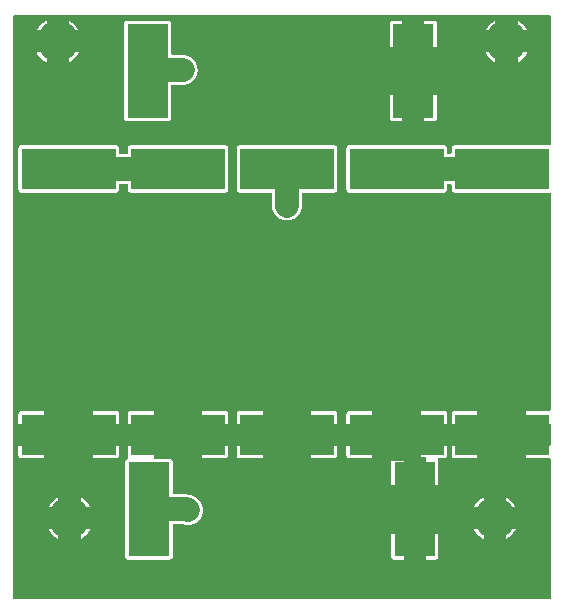
<source format=gtl>
G04 Layer: TopLayer*
G04 EasyEDA v6.3.22, 2020-01-22T11:07:26+01:00*
G04 6c73b54d2adc4a05a2782a56d08821ed,6ac03ef627a24f5ab7c901ca926ad83b,10*
G04 Gerber Generator version 0.2*
G04 Scale: 100 percent, Rotated: No, Reflected: No *
G04 Dimensions in millimeters *
G04 leading zeros omitted , absolute positions ,3 integer and 3 decimal *
%FSLAX33Y33*%
%MOMM*%
G90*
G71D02*

%ADD11C,1.999996*%
%ADD12C,1.500022*%
%ADD13R,3.499993X8.000009*%
%ADD14R,8.000009X3.499993*%
%ADD15C,3.499993*%

%LPD*%
G36*
G01X45629Y49743D02*
G01X358Y49743D01*
G01X343Y49742D01*
G01X329Y49739D01*
G01X315Y49734D01*
G01X303Y49727D01*
G01X291Y49718D01*
G01X281Y49708D01*
G01X272Y49696D01*
G01X265Y49684D01*
G01X260Y49670D01*
G01X257Y49656D01*
G01X256Y49641D01*
G01X256Y358D01*
G01X257Y343D01*
G01X260Y329D01*
G01X265Y316D01*
G01X272Y303D01*
G01X281Y291D01*
G01X291Y281D01*
G01X303Y272D01*
G01X315Y265D01*
G01X329Y260D01*
G01X343Y257D01*
G01X358Y256D01*
G01X45641Y256D01*
G01X45656Y257D01*
G01X45670Y260D01*
G01X45683Y265D01*
G01X45696Y272D01*
G01X45708Y281D01*
G01X45718Y291D01*
G01X45727Y303D01*
G01X45734Y316D01*
G01X45739Y329D01*
G01X45742Y343D01*
G01X45743Y358D01*
G01X45743Y12093D01*
G01X45742Y12107D01*
G01X45739Y12121D01*
G01X45734Y12135D01*
G01X45727Y12148D01*
G01X45718Y12159D01*
G01X45708Y12170D01*
G01X45696Y12178D01*
G01X45683Y12185D01*
G01X45670Y12190D01*
G01X45656Y12193D01*
G01X45641Y12194D01*
G01X45632Y12194D01*
G01X45609Y12193D01*
G01X43673Y12193D01*
G01X43673Y13261D01*
G01X45641Y13261D01*
G01X45656Y13262D01*
G01X45670Y13265D01*
G01X45683Y13270D01*
G01X45696Y13277D01*
G01X45708Y13286D01*
G01X45718Y13296D01*
G01X45727Y13308D01*
G01X45734Y13320D01*
G01X45739Y13334D01*
G01X45742Y13348D01*
G01X45743Y13363D01*
G01X45743Y15036D01*
G01X45742Y15051D01*
G01X45739Y15065D01*
G01X45734Y15079D01*
G01X45727Y15091D01*
G01X45718Y15103D01*
G01X45708Y15113D01*
G01X45696Y15122D01*
G01X45683Y15129D01*
G01X45670Y15134D01*
G01X45656Y15137D01*
G01X45641Y15138D01*
G01X43673Y15138D01*
G01X43673Y16206D01*
G01X45609Y16206D01*
G01X45632Y16205D01*
G01X45641Y16205D01*
G01X45656Y16206D01*
G01X45670Y16209D01*
G01X45683Y16214D01*
G01X45696Y16221D01*
G01X45708Y16229D01*
G01X45718Y16240D01*
G01X45727Y16251D01*
G01X45734Y16264D01*
G01X45739Y16277D01*
G01X45742Y16292D01*
G01X45743Y16306D01*
G01X45743Y34593D01*
G01X45742Y34607D01*
G01X45739Y34621D01*
G01X45734Y34635D01*
G01X45727Y34648D01*
G01X45718Y34659D01*
G01X45708Y34670D01*
G01X45696Y34678D01*
G01X45683Y34685D01*
G01X45670Y34690D01*
G01X45656Y34693D01*
G01X45641Y34694D01*
G01X45632Y34694D01*
G01X45609Y34693D01*
G01X37609Y34693D01*
G01X37586Y34694D01*
G01X37562Y34698D01*
G01X37539Y34703D01*
G01X37517Y34710D01*
G01X37495Y34720D01*
G01X37474Y34732D01*
G01X37455Y34745D01*
G01X37437Y34760D01*
G01X37420Y34777D01*
G01X37405Y34795D01*
G01X37391Y34814D01*
G01X37380Y34835D01*
G01X37370Y34857D01*
G01X37363Y34879D01*
G01X37357Y34902D01*
G01X37354Y34926D01*
G01X37353Y34949D01*
G01X37353Y35341D01*
G01X37352Y35356D01*
G01X37349Y35370D01*
G01X37344Y35384D01*
G01X37337Y35397D01*
G01X37328Y35408D01*
G01X37318Y35418D01*
G01X37306Y35427D01*
G01X37293Y35434D01*
G01X37280Y35439D01*
G01X37266Y35442D01*
G01X37251Y35443D01*
G01X37068Y35443D01*
G01X37053Y35442D01*
G01X37039Y35439D01*
G01X37025Y35434D01*
G01X37012Y35427D01*
G01X37001Y35418D01*
G01X36991Y35408D01*
G01X36982Y35397D01*
G01X36975Y35384D01*
G01X36970Y35370D01*
G01X36967Y35356D01*
G01X36966Y35341D01*
G01X36966Y34949D01*
G01X36965Y34926D01*
G01X36962Y34902D01*
G01X36956Y34879D01*
G01X36948Y34857D01*
G01X36939Y34835D01*
G01X36928Y34814D01*
G01X36914Y34795D01*
G01X36899Y34777D01*
G01X36882Y34760D01*
G01X36864Y34745D01*
G01X36844Y34732D01*
G01X36824Y34720D01*
G01X36802Y34710D01*
G01X36780Y34703D01*
G01X36756Y34698D01*
G01X36733Y34694D01*
G01X36710Y34693D01*
G01X28710Y34693D01*
G01X28686Y34694D01*
G01X28662Y34698D01*
G01X28639Y34703D01*
G01X28617Y34710D01*
G01X28595Y34720D01*
G01X28575Y34732D01*
G01X28555Y34745D01*
G01X28536Y34760D01*
G01X28520Y34777D01*
G01X28505Y34795D01*
G01X28491Y34814D01*
G01X28480Y34835D01*
G01X28470Y34857D01*
G01X28463Y34879D01*
G01X28457Y34902D01*
G01X28454Y34926D01*
G01X28453Y34949D01*
G01X28453Y38450D01*
G01X28454Y38473D01*
G01X28457Y38497D01*
G01X28463Y38520D01*
G01X28470Y38542D01*
G01X28480Y38564D01*
G01X28491Y38585D01*
G01X28505Y38604D01*
G01X28520Y38622D01*
G01X28536Y38639D01*
G01X28555Y38654D01*
G01X28575Y38668D01*
G01X28595Y38679D01*
G01X28617Y38689D01*
G01X28639Y38697D01*
G01X28662Y38702D01*
G01X28686Y38705D01*
G01X28710Y38706D01*
G01X36710Y38706D01*
G01X36733Y38705D01*
G01X36756Y38702D01*
G01X36780Y38697D01*
G01X36802Y38689D01*
G01X36824Y38679D01*
G01X36844Y38668D01*
G01X36864Y38654D01*
G01X36882Y38639D01*
G01X36899Y38622D01*
G01X36914Y38604D01*
G01X36928Y38585D01*
G01X36939Y38564D01*
G01X36948Y38542D01*
G01X36956Y38520D01*
G01X36962Y38497D01*
G01X36965Y38473D01*
G01X36966Y38450D01*
G01X36966Y38057D01*
G01X36967Y38043D01*
G01X36970Y38029D01*
G01X36975Y38015D01*
G01X36982Y38003D01*
G01X36991Y37991D01*
G01X37001Y37981D01*
G01X37012Y37972D01*
G01X37025Y37965D01*
G01X37039Y37960D01*
G01X37053Y37957D01*
G01X37068Y37956D01*
G01X37251Y37956D01*
G01X37266Y37957D01*
G01X37280Y37960D01*
G01X37293Y37965D01*
G01X37306Y37972D01*
G01X37318Y37981D01*
G01X37328Y37991D01*
G01X37337Y38003D01*
G01X37344Y38015D01*
G01X37349Y38029D01*
G01X37352Y38043D01*
G01X37353Y38057D01*
G01X37353Y38450D01*
G01X37354Y38473D01*
G01X37357Y38497D01*
G01X37363Y38520D01*
G01X37370Y38542D01*
G01X37380Y38564D01*
G01X37391Y38585D01*
G01X37405Y38604D01*
G01X37420Y38622D01*
G01X37437Y38639D01*
G01X37455Y38654D01*
G01X37474Y38668D01*
G01X37495Y38679D01*
G01X37517Y38689D01*
G01X37539Y38697D01*
G01X37562Y38702D01*
G01X37586Y38705D01*
G01X37609Y38706D01*
G01X45609Y38706D01*
G01X45632Y38705D01*
G01X45641Y38705D01*
G01X45656Y38706D01*
G01X45670Y38709D01*
G01X45683Y38714D01*
G01X45696Y38721D01*
G01X45708Y38730D01*
G01X45718Y38740D01*
G01X45727Y38751D01*
G01X45734Y38764D01*
G01X45739Y38778D01*
G01X45742Y38792D01*
G01X45743Y38806D01*
G01X45743Y45759D01*
G01X45731Y49642D01*
G01X45730Y49656D01*
G01X45726Y49670D01*
G01X45721Y49684D01*
G01X45714Y49696D01*
G01X45706Y49708D01*
G01X45695Y49718D01*
G01X45684Y49727D01*
G01X45671Y49734D01*
G01X45658Y49739D01*
G01X45643Y49742D01*
G01X45629Y49743D01*
G37*

%LPC*%
G36*
G01X36236Y5816D02*
G01X35168Y5816D01*
G01X35168Y3623D01*
G01X35980Y3623D01*
G01X36003Y3624D01*
G01X36027Y3627D01*
G01X36050Y3633D01*
G01X36072Y3640D01*
G01X36094Y3650D01*
G01X36115Y3661D01*
G01X36134Y3675D01*
G01X36152Y3690D01*
G01X36169Y3707D01*
G01X36184Y3725D01*
G01X36198Y3745D01*
G01X36209Y3765D01*
G01X36219Y3787D01*
G01X36226Y3810D01*
G01X36232Y3832D01*
G01X36235Y3856D01*
G01X36236Y3880D01*
G01X36236Y5816D01*
G37*
G36*
G01X33291Y5816D02*
G01X32223Y5816D01*
G01X32223Y3880D01*
G01X32224Y3856D01*
G01X32228Y3832D01*
G01X32233Y3810D01*
G01X32240Y3787D01*
G01X32250Y3765D01*
G01X32262Y3745D01*
G01X32275Y3725D01*
G01X32290Y3707D01*
G01X32307Y3690D01*
G01X32325Y3675D01*
G01X32344Y3661D01*
G01X32365Y3650D01*
G01X32387Y3640D01*
G01X32409Y3633D01*
G01X32432Y3627D01*
G01X32456Y3624D01*
G01X32479Y3623D01*
G01X33291Y3623D01*
G01X33291Y5816D01*
G37*
G36*
G01X12116Y13261D02*
G01X9923Y13261D01*
G01X9923Y12450D01*
G01X9924Y12425D01*
G01X9927Y12401D01*
G01X9933Y12378D01*
G01X9941Y12354D01*
G01X9951Y12332D01*
G01X9963Y12311D01*
G01X9978Y12291D01*
G01X9987Y12277D01*
G01X9994Y12262D01*
G01X9998Y12245D01*
G01X9999Y12228D01*
G01X9998Y12213D01*
G01X9995Y12199D01*
G01X9989Y12184D01*
G01X9982Y12171D01*
G01X9973Y12160D01*
G01X9961Y12149D01*
G01X9949Y12140D01*
G01X9935Y12134D01*
G01X9921Y12130D01*
G01X9899Y12123D01*
G01X9878Y12115D01*
G01X9857Y12105D01*
G01X9837Y12093D01*
G01X9801Y12065D01*
G01X9786Y12048D01*
G01X9771Y12030D01*
G01X9759Y12011D01*
G01X9748Y11990D01*
G01X9739Y11970D01*
G01X9732Y11948D01*
G01X9727Y11925D01*
G01X9724Y11903D01*
G01X9723Y11880D01*
G01X9723Y3880D01*
G01X9724Y3856D01*
G01X9727Y3832D01*
G01X9733Y3810D01*
G01X9740Y3787D01*
G01X9750Y3765D01*
G01X9761Y3745D01*
G01X9774Y3725D01*
G01X9790Y3707D01*
G01X9806Y3690D01*
G01X9825Y3675D01*
G01X9845Y3661D01*
G01X9865Y3650D01*
G01X9887Y3640D01*
G01X9909Y3633D01*
G01X9932Y3627D01*
G01X9956Y3624D01*
G01X9979Y3623D01*
G01X13479Y3623D01*
G01X13503Y3624D01*
G01X13527Y3627D01*
G01X13549Y3633D01*
G01X13572Y3640D01*
G01X13594Y3650D01*
G01X13614Y3661D01*
G01X13634Y3675D01*
G01X13652Y3690D01*
G01X13669Y3707D01*
G01X13684Y3725D01*
G01X13698Y3745D01*
G01X13709Y3765D01*
G01X13719Y3787D01*
G01X13726Y3810D01*
G01X13732Y3832D01*
G01X13735Y3856D01*
G01X13736Y3880D01*
G01X13736Y6522D01*
G01X13737Y6536D01*
G01X13740Y6550D01*
G01X13745Y6564D01*
G01X13752Y6577D01*
G01X13761Y6588D01*
G01X13771Y6599D01*
G01X13783Y6607D01*
G01X13795Y6614D01*
G01X13809Y6619D01*
G01X13823Y6622D01*
G01X13837Y6623D01*
G01X14619Y6623D01*
G01X14635Y6622D01*
G01X14651Y6618D01*
G01X14699Y6603D01*
G01X14748Y6590D01*
G01X14798Y6579D01*
G01X14848Y6570D01*
G01X14898Y6562D01*
G01X14948Y6557D01*
G01X14999Y6554D01*
G01X15050Y6553D01*
G01X15100Y6554D01*
G01X15151Y6557D01*
G01X15201Y6562D01*
G01X15301Y6578D01*
G01X15350Y6589D01*
G01X15399Y6603D01*
G01X15447Y6618D01*
G01X15495Y6635D01*
G01X15542Y6653D01*
G01X15588Y6674D01*
G01X15633Y6697D01*
G01X15678Y6721D01*
G01X15721Y6747D01*
G01X15763Y6775D01*
G01X15804Y6805D01*
G01X15844Y6836D01*
G01X15883Y6869D01*
G01X15920Y6903D01*
G01X15956Y6939D01*
G01X15990Y6976D01*
G01X16023Y7015D01*
G01X16054Y7055D01*
G01X16084Y7096D01*
G01X16112Y7138D01*
G01X16138Y7181D01*
G01X16162Y7226D01*
G01X16185Y7271D01*
G01X16206Y7317D01*
G01X16225Y7364D01*
G01X16257Y7460D01*
G01X16270Y7509D01*
G01X16281Y7558D01*
G01X16290Y7608D01*
G01X16297Y7658D01*
G01X16302Y7709D01*
G01X16305Y7759D01*
G01X16306Y7810D01*
G01X16305Y7861D01*
G01X16302Y7913D01*
G01X16297Y7965D01*
G01X16289Y8016D01*
G01X16279Y8068D01*
G01X16268Y8118D01*
G01X16254Y8168D01*
G01X16238Y8218D01*
G01X16220Y8266D01*
G01X16200Y8315D01*
G01X16178Y8361D01*
G01X16154Y8408D01*
G01X16129Y8453D01*
G01X16102Y8497D01*
G01X16072Y8540D01*
G01X16041Y8581D01*
G01X16008Y8622D01*
G01X15974Y8660D01*
G01X15938Y8698D01*
G01X15868Y8768D01*
G01X15830Y8804D01*
G01X15792Y8839D01*
G01X15751Y8871D01*
G01X15709Y8902D01*
G01X15667Y8932D01*
G01X15623Y8959D01*
G01X15577Y8985D01*
G01X15531Y9008D01*
G01X15484Y9030D01*
G01X15436Y9050D01*
G01X15387Y9068D01*
G01X15338Y9084D01*
G01X15288Y9098D01*
G01X15237Y9110D01*
G01X15186Y9119D01*
G01X15135Y9127D01*
G01X15083Y9132D01*
G01X15031Y9135D01*
G01X14979Y9136D01*
G01X13837Y9136D01*
G01X13823Y9138D01*
G01X13809Y9141D01*
G01X13795Y9146D01*
G01X13783Y9152D01*
G01X13771Y9161D01*
G01X13761Y9172D01*
G01X13752Y9183D01*
G01X13745Y9195D01*
G01X13740Y9209D01*
G01X13737Y9223D01*
G01X13736Y9238D01*
G01X13736Y11880D01*
G01X13735Y11903D01*
G01X13732Y11926D01*
G01X13727Y11948D01*
G01X13720Y11970D01*
G01X13710Y11991D01*
G01X13699Y12012D01*
G01X13686Y12031D01*
G01X13671Y12050D01*
G01X13655Y12067D01*
G01X13636Y12083D01*
G01X13616Y12097D01*
G01X13595Y12108D01*
G01X13573Y12118D01*
G01X13550Y12126D01*
G01X13527Y12132D01*
G01X13504Y12135D01*
G01X13479Y12136D01*
G01X12217Y12136D01*
G01X12203Y12137D01*
G01X12189Y12140D01*
G01X12175Y12145D01*
G01X12163Y12152D01*
G01X12151Y12161D01*
G01X12141Y12171D01*
G01X12132Y12183D01*
G01X12125Y12196D01*
G01X12120Y12209D01*
G01X12117Y12223D01*
G01X12116Y12238D01*
G01X12116Y13261D01*
G37*
G36*
G01X4061Y6201D02*
G01X3226Y6201D01*
G01X3258Y6143D01*
G01X3292Y6085D01*
G01X3328Y6030D01*
G01X3366Y5975D01*
G01X3405Y5921D01*
G01X3447Y5869D01*
G01X3489Y5818D01*
G01X3534Y5768D01*
G01X3581Y5721D01*
G01X3629Y5674D01*
G01X3678Y5630D01*
G01X3729Y5587D01*
G01X3781Y5545D01*
G01X3834Y5506D01*
G01X3889Y5468D01*
G01X3946Y5432D01*
G01X4003Y5398D01*
G01X4061Y5366D01*
G01X4061Y6201D01*
G37*
G36*
G01X6773Y6201D02*
G01X5938Y6201D01*
G01X5938Y5366D01*
G01X5996Y5398D01*
G01X6053Y5432D01*
G01X6110Y5468D01*
G01X6165Y5506D01*
G01X6218Y5545D01*
G01X6270Y5587D01*
G01X6321Y5630D01*
G01X6370Y5674D01*
G01X6418Y5721D01*
G01X6465Y5768D01*
G01X6510Y5818D01*
G01X6552Y5869D01*
G01X6594Y5921D01*
G01X6633Y5975D01*
G01X6671Y6030D01*
G01X6707Y6085D01*
G01X6741Y6143D01*
G01X6773Y6201D01*
G37*
G36*
G01X40061Y6201D02*
G01X39226Y6201D01*
G01X39258Y6143D01*
G01X39292Y6085D01*
G01X39328Y6030D01*
G01X39366Y5975D01*
G01X39406Y5921D01*
G01X39447Y5869D01*
G01X39490Y5818D01*
G01X39535Y5768D01*
G01X39581Y5721D01*
G01X39629Y5674D01*
G01X39678Y5630D01*
G01X39729Y5587D01*
G01X39781Y5545D01*
G01X39835Y5506D01*
G01X39890Y5468D01*
G01X39946Y5432D01*
G01X40003Y5398D01*
G01X40061Y5366D01*
G01X40061Y6201D01*
G37*
G36*
G01X42773Y6201D02*
G01X41938Y6201D01*
G01X41938Y5366D01*
G01X41996Y5398D01*
G01X42054Y5432D01*
G01X42110Y5468D01*
G01X42165Y5506D01*
G01X42218Y5545D01*
G01X42270Y5587D01*
G01X42321Y5630D01*
G01X42371Y5674D01*
G01X42419Y5721D01*
G01X42465Y5768D01*
G01X42509Y5818D01*
G01X42553Y5869D01*
G01X42594Y5921D01*
G01X42633Y5975D01*
G01X42671Y6030D01*
G01X42707Y6085D01*
G01X42741Y6143D01*
G01X42773Y6201D01*
G37*
G36*
G01X4061Y8078D02*
G01X4061Y8913D01*
G01X4003Y8881D01*
G01X3946Y8847D01*
G01X3889Y8811D01*
G01X3834Y8773D01*
G01X3781Y8734D01*
G01X3729Y8692D01*
G01X3678Y8649D01*
G01X3629Y8605D01*
G01X3581Y8558D01*
G01X3534Y8511D01*
G01X3489Y8461D01*
G01X3447Y8410D01*
G01X3405Y8358D01*
G01X3366Y8304D01*
G01X3328Y8250D01*
G01X3292Y8194D01*
G01X3258Y8136D01*
G01X3226Y8078D01*
G01X4061Y8078D01*
G37*
G36*
G01X5996Y8881D02*
G01X5938Y8913D01*
G01X5938Y8078D01*
G01X6773Y8078D01*
G01X6741Y8136D01*
G01X6707Y8194D01*
G01X6671Y8250D01*
G01X6633Y8304D01*
G01X6594Y8358D01*
G01X6552Y8410D01*
G01X6510Y8461D01*
G01X6465Y8511D01*
G01X6418Y8558D01*
G01X6370Y8605D01*
G01X6321Y8649D01*
G01X6270Y8692D01*
G01X6218Y8734D01*
G01X6165Y8773D01*
G01X6110Y8811D01*
G01X6053Y8847D01*
G01X5996Y8881D01*
G37*
G36*
G01X40061Y8078D02*
G01X40061Y8913D01*
G01X40003Y8881D01*
G01X39946Y8847D01*
G01X39890Y8811D01*
G01X39835Y8773D01*
G01X39781Y8734D01*
G01X39729Y8692D01*
G01X39678Y8649D01*
G01X39629Y8605D01*
G01X39581Y8558D01*
G01X39535Y8511D01*
G01X39490Y8461D01*
G01X39447Y8411D01*
G01X39406Y8358D01*
G01X39366Y8304D01*
G01X39328Y8250D01*
G01X39292Y8194D01*
G01X39258Y8136D01*
G01X39226Y8078D01*
G01X40061Y8078D01*
G37*
G36*
G01X41996Y8881D02*
G01X41938Y8913D01*
G01X41938Y8078D01*
G01X42773Y8078D01*
G01X42741Y8136D01*
G01X42707Y8194D01*
G01X42671Y8250D01*
G01X42633Y8304D01*
G01X42594Y8358D01*
G01X42553Y8411D01*
G01X42465Y8511D01*
G01X42419Y8558D01*
G01X42371Y8605D01*
G01X42321Y8649D01*
G01X42270Y8692D01*
G01X42218Y8734D01*
G01X42165Y8773D01*
G01X42110Y8811D01*
G01X42054Y8847D01*
G01X41996Y8881D01*
G37*
G36*
G01X33291Y11990D02*
G01X32248Y11990D01*
G01X32237Y11964D01*
G01X32229Y11936D01*
G01X32224Y11908D01*
G01X32223Y11880D01*
G01X32223Y9943D01*
G01X33291Y9943D01*
G01X33291Y11990D01*
G37*
G36*
G01X36966Y13261D02*
G01X34773Y13261D01*
G01X34773Y12339D01*
G01X35066Y12339D01*
G01X35081Y12338D01*
G01X35095Y12335D01*
G01X35108Y12330D01*
G01X35121Y12323D01*
G01X35133Y12315D01*
G01X35143Y12304D01*
G01X35152Y12293D01*
G01X35159Y12280D01*
G01X35164Y12266D01*
G01X35167Y12252D01*
G01X35168Y12238D01*
G01X35168Y9943D01*
G01X36236Y9943D01*
G01X36236Y11880D01*
G01X36235Y11903D01*
G01X36232Y11926D01*
G01X36227Y11948D01*
G01X36219Y11970D01*
G01X36210Y11991D01*
G01X36199Y12012D01*
G01X36186Y12031D01*
G01X36178Y12045D01*
G01X36172Y12060D01*
G01X36168Y12075D01*
G01X36167Y12092D01*
G01X36168Y12106D01*
G01X36171Y12120D01*
G01X36176Y12134D01*
G01X36183Y12146D01*
G01X36191Y12158D01*
G01X36202Y12168D01*
G01X36213Y12177D01*
G01X36226Y12184D01*
G01X36240Y12189D01*
G01X36254Y12192D01*
G01X36268Y12193D01*
G01X36710Y12193D01*
G01X36733Y12194D01*
G01X36756Y12197D01*
G01X36780Y12203D01*
G01X36802Y12210D01*
G01X36824Y12220D01*
G01X36844Y12231D01*
G01X36864Y12245D01*
G01X36882Y12260D01*
G01X36899Y12276D01*
G01X36914Y12295D01*
G01X36928Y12315D01*
G01X36939Y12335D01*
G01X36949Y12357D01*
G01X36956Y12379D01*
G01X36962Y12402D01*
G01X36965Y12426D01*
G01X36966Y12450D01*
G01X36966Y13261D01*
G37*
G36*
G01X9196Y13261D02*
G01X7003Y13261D01*
G01X7003Y12193D01*
G01X8940Y12193D01*
G01X8963Y12194D01*
G01X8987Y12197D01*
G01X9010Y12203D01*
G01X9032Y12210D01*
G01X9054Y12220D01*
G01X9074Y12231D01*
G01X9094Y12245D01*
G01X9113Y12260D01*
G01X9129Y12277D01*
G01X9145Y12295D01*
G01X9158Y12315D01*
G01X9169Y12335D01*
G01X9179Y12357D01*
G01X9186Y12380D01*
G01X9192Y12402D01*
G01X9195Y12426D01*
G01X9196Y12450D01*
G01X9196Y13261D01*
G37*
G36*
G01X2876Y13261D02*
G01X683Y13261D01*
G01X683Y12450D01*
G01X684Y12426D01*
G01X687Y12402D01*
G01X693Y12380D01*
G01X701Y12357D01*
G01X710Y12335D01*
G01X721Y12315D01*
G01X735Y12295D01*
G01X750Y12277D01*
G01X767Y12260D01*
G01X785Y12245D01*
G01X805Y12231D01*
G01X825Y12220D01*
G01X847Y12210D01*
G01X869Y12203D01*
G01X893Y12197D01*
G01X916Y12194D01*
G01X940Y12193D01*
G01X2876Y12193D01*
G01X2876Y13261D01*
G37*
G36*
G01X18436Y13261D02*
G01X16243Y13261D01*
G01X16243Y12193D01*
G01X18179Y12193D01*
G01X18203Y12194D01*
G01X18227Y12197D01*
G01X18249Y12203D01*
G01X18272Y12210D01*
G01X18294Y12220D01*
G01X18314Y12231D01*
G01X18334Y12245D01*
G01X18353Y12260D01*
G01X18369Y12276D01*
G01X18384Y12295D01*
G01X18398Y12315D01*
G01X18409Y12335D01*
G01X18419Y12357D01*
G01X18426Y12380D01*
G01X18432Y12402D01*
G01X18435Y12426D01*
G01X18436Y12450D01*
G01X18436Y13261D01*
G37*
G36*
G01X27666Y13261D02*
G01X25473Y13261D01*
G01X25473Y12193D01*
G01X27409Y12193D01*
G01X27433Y12194D01*
G01X27456Y12197D01*
G01X27480Y12203D01*
G01X27502Y12210D01*
G01X27523Y12220D01*
G01X27544Y12231D01*
G01X27564Y12245D01*
G01X27582Y12260D01*
G01X27599Y12276D01*
G01X27614Y12295D01*
G01X27628Y12315D01*
G01X27639Y12335D01*
G01X27648Y12357D01*
G01X27656Y12379D01*
G01X27662Y12402D01*
G01X27665Y12426D01*
G01X27666Y12450D01*
G01X27666Y13261D01*
G37*
G36*
G01X21346Y13261D02*
G01X19153Y13261D01*
G01X19153Y12450D01*
G01X19154Y12426D01*
G01X19157Y12402D01*
G01X19163Y12379D01*
G01X19170Y12357D01*
G01X19180Y12335D01*
G01X19191Y12315D01*
G01X19204Y12295D01*
G01X19220Y12276D01*
G01X19236Y12260D01*
G01X19255Y12245D01*
G01X19275Y12231D01*
G01X19295Y12220D01*
G01X19317Y12210D01*
G01X19339Y12203D01*
G01X19362Y12197D01*
G01X19386Y12194D01*
G01X19409Y12193D01*
G01X21346Y12193D01*
G01X21346Y13261D01*
G37*
G36*
G01X30646Y13261D02*
G01X28453Y13261D01*
G01X28453Y12450D01*
G01X28454Y12426D01*
G01X28457Y12402D01*
G01X28463Y12379D01*
G01X28470Y12357D01*
G01X28480Y12335D01*
G01X28491Y12315D01*
G01X28505Y12295D01*
G01X28520Y12276D01*
G01X28536Y12260D01*
G01X28555Y12245D01*
G01X28575Y12231D01*
G01X28595Y12220D01*
G01X28617Y12210D01*
G01X28639Y12203D01*
G01X28662Y12197D01*
G01X28686Y12194D01*
G01X28710Y12193D01*
G01X30646Y12193D01*
G01X30646Y13261D01*
G37*
G36*
G01X39546Y13261D02*
G01X37353Y13261D01*
G01X37353Y12450D01*
G01X37354Y12426D01*
G01X37357Y12402D01*
G01X37363Y12379D01*
G01X37370Y12357D01*
G01X37380Y12335D01*
G01X37391Y12315D01*
G01X37405Y12295D01*
G01X37420Y12276D01*
G01X37437Y12260D01*
G01X37455Y12245D01*
G01X37475Y12231D01*
G01X37495Y12220D01*
G01X37517Y12210D01*
G01X37539Y12203D01*
G01X37563Y12197D01*
G01X37586Y12194D01*
G01X37609Y12193D01*
G01X39546Y12193D01*
G01X39546Y13261D01*
G37*
G36*
G01X8940Y16206D02*
G01X7003Y16206D01*
G01X7003Y15138D01*
G01X9196Y15138D01*
G01X9196Y15950D01*
G01X9195Y15973D01*
G01X9192Y15997D01*
G01X9186Y16020D01*
G01X9179Y16042D01*
G01X9169Y16064D01*
G01X9158Y16084D01*
G01X9145Y16104D01*
G01X9129Y16123D01*
G01X9113Y16139D01*
G01X9094Y16155D01*
G01X9074Y16168D01*
G01X9054Y16179D01*
G01X9032Y16189D01*
G01X9010Y16196D01*
G01X8987Y16202D01*
G01X8963Y16205D01*
G01X8940Y16206D01*
G37*
G36*
G01X18179Y16206D02*
G01X16243Y16206D01*
G01X16243Y15138D01*
G01X18436Y15138D01*
G01X18436Y15949D01*
G01X18435Y15973D01*
G01X18432Y15997D01*
G01X18426Y16020D01*
G01X18419Y16042D01*
G01X18409Y16064D01*
G01X18398Y16084D01*
G01X18384Y16104D01*
G01X18369Y16123D01*
G01X18353Y16139D01*
G01X18334Y16154D01*
G01X18314Y16168D01*
G01X18294Y16179D01*
G01X18272Y16189D01*
G01X18249Y16196D01*
G01X18227Y16202D01*
G01X18203Y16205D01*
G01X18179Y16206D01*
G37*
G36*
G01X12116Y16206D02*
G01X10179Y16206D01*
G01X10156Y16205D01*
G01X10133Y16202D01*
G01X10109Y16196D01*
G01X10087Y16189D01*
G01X10065Y16179D01*
G01X10044Y16168D01*
G01X10025Y16154D01*
G01X10007Y16139D01*
G01X9990Y16123D01*
G01X9975Y16104D01*
G01X9961Y16084D01*
G01X9950Y16064D01*
G01X9940Y16042D01*
G01X9933Y16020D01*
G01X9927Y15997D01*
G01X9924Y15973D01*
G01X9923Y15949D01*
G01X9923Y15138D01*
G01X12116Y15138D01*
G01X12116Y16206D01*
G37*
G36*
G01X27409Y16206D02*
G01X25473Y16206D01*
G01X25473Y15138D01*
G01X27666Y15138D01*
G01X27666Y15949D01*
G01X27665Y15973D01*
G01X27662Y15997D01*
G01X27656Y16020D01*
G01X27648Y16042D01*
G01X27639Y16064D01*
G01X27628Y16084D01*
G01X27614Y16104D01*
G01X27599Y16123D01*
G01X27582Y16139D01*
G01X27564Y16154D01*
G01X27544Y16168D01*
G01X27523Y16179D01*
G01X27502Y16189D01*
G01X27480Y16196D01*
G01X27456Y16202D01*
G01X27433Y16205D01*
G01X27409Y16206D01*
G37*
G36*
G01X2876Y16206D02*
G01X940Y16206D01*
G01X916Y16205D01*
G01X893Y16202D01*
G01X869Y16196D01*
G01X847Y16189D01*
G01X825Y16179D01*
G01X805Y16168D01*
G01X785Y16155D01*
G01X767Y16139D01*
G01X750Y16123D01*
G01X735Y16104D01*
G01X721Y16084D01*
G01X710Y16064D01*
G01X701Y16042D01*
G01X693Y16020D01*
G01X687Y15997D01*
G01X684Y15973D01*
G01X683Y15950D01*
G01X683Y15138D01*
G01X2876Y15138D01*
G01X2876Y16206D01*
G37*
G36*
G01X21346Y16206D02*
G01X19409Y16206D01*
G01X19386Y16205D01*
G01X19362Y16202D01*
G01X19339Y16196D01*
G01X19317Y16189D01*
G01X19295Y16179D01*
G01X19275Y16168D01*
G01X19255Y16154D01*
G01X19236Y16139D01*
G01X19220Y16123D01*
G01X19204Y16104D01*
G01X19191Y16084D01*
G01X19180Y16064D01*
G01X19170Y16042D01*
G01X19163Y16020D01*
G01X19157Y15997D01*
G01X19154Y15973D01*
G01X19153Y15949D01*
G01X19153Y15138D01*
G01X21346Y15138D01*
G01X21346Y16206D01*
G37*
G36*
G01X30646Y16206D02*
G01X28710Y16206D01*
G01X28686Y16205D01*
G01X28662Y16202D01*
G01X28639Y16196D01*
G01X28617Y16189D01*
G01X28595Y16179D01*
G01X28575Y16168D01*
G01X28555Y16154D01*
G01X28536Y16139D01*
G01X28520Y16123D01*
G01X28505Y16104D01*
G01X28491Y16084D01*
G01X28480Y16064D01*
G01X28470Y16042D01*
G01X28463Y16020D01*
G01X28457Y15997D01*
G01X28454Y15973D01*
G01X28453Y15949D01*
G01X28453Y15138D01*
G01X30646Y15138D01*
G01X30646Y16206D01*
G37*
G36*
G01X36710Y16206D02*
G01X34773Y16206D01*
G01X34773Y15138D01*
G01X36966Y15138D01*
G01X36966Y15949D01*
G01X36965Y15973D01*
G01X36962Y15997D01*
G01X36956Y16020D01*
G01X36949Y16042D01*
G01X36939Y16064D01*
G01X36928Y16084D01*
G01X36914Y16104D01*
G01X36899Y16123D01*
G01X36882Y16139D01*
G01X36864Y16154D01*
G01X36844Y16168D01*
G01X36824Y16179D01*
G01X36802Y16189D01*
G01X36780Y16196D01*
G01X36756Y16202D01*
G01X36733Y16205D01*
G01X36710Y16206D01*
G37*
G36*
G01X39546Y16206D02*
G01X37609Y16206D01*
G01X37586Y16205D01*
G01X37563Y16202D01*
G01X37539Y16196D01*
G01X37517Y16189D01*
G01X37495Y16179D01*
G01X37475Y16168D01*
G01X37455Y16154D01*
G01X37437Y16139D01*
G01X37420Y16123D01*
G01X37405Y16104D01*
G01X37391Y16084D01*
G01X37380Y16064D01*
G01X37370Y16042D01*
G01X37363Y16020D01*
G01X37357Y15997D01*
G01X37354Y15973D01*
G01X37353Y15949D01*
G01X37353Y15138D01*
G01X39546Y15138D01*
G01X39546Y16206D01*
G37*
G36*
G01X27409Y38706D02*
G01X19409Y38706D01*
G01X19386Y38705D01*
G01X19362Y38702D01*
G01X19339Y38697D01*
G01X19317Y38689D01*
G01X19295Y38679D01*
G01X19274Y38668D01*
G01X19255Y38654D01*
G01X19236Y38639D01*
G01X19220Y38622D01*
G01X19204Y38604D01*
G01X19191Y38585D01*
G01X19180Y38564D01*
G01X19170Y38542D01*
G01X19163Y38520D01*
G01X19157Y38497D01*
G01X19154Y38473D01*
G01X19153Y38450D01*
G01X19153Y34949D01*
G01X19154Y34926D01*
G01X19157Y34902D01*
G01X19163Y34879D01*
G01X19170Y34857D01*
G01X19180Y34835D01*
G01X19191Y34814D01*
G01X19204Y34795D01*
G01X19220Y34777D01*
G01X19236Y34760D01*
G01X19255Y34745D01*
G01X19274Y34732D01*
G01X19295Y34720D01*
G01X19317Y34710D01*
G01X19339Y34703D01*
G01X19362Y34698D01*
G01X19386Y34694D01*
G01X19409Y34693D01*
G01X22051Y34693D01*
G01X22066Y34692D01*
G01X22080Y34689D01*
G01X22093Y34684D01*
G01X22106Y34677D01*
G01X22118Y34668D01*
G01X22128Y34658D01*
G01X22137Y34646D01*
G01X22144Y34634D01*
G01X22149Y34620D01*
G01X22152Y34606D01*
G01X22153Y34591D01*
G01X22153Y33599D01*
G01X22154Y33549D01*
G01X22157Y33498D01*
G01X22162Y33448D01*
G01X22169Y33398D01*
G01X22178Y33348D01*
G01X22189Y33299D01*
G01X22217Y33201D01*
G01X22253Y33107D01*
G01X22274Y33061D01*
G01X22297Y33016D01*
G01X22321Y32971D01*
G01X22347Y32928D01*
G01X22375Y32885D01*
G01X22405Y32845D01*
G01X22436Y32805D01*
G01X22469Y32766D01*
G01X22503Y32729D01*
G01X22539Y32693D01*
G01X22576Y32659D01*
G01X22615Y32626D01*
G01X22655Y32595D01*
G01X22695Y32565D01*
G01X22781Y32511D01*
G01X22825Y32487D01*
G01X22871Y32464D01*
G01X22917Y32444D01*
G01X22964Y32425D01*
G01X23011Y32407D01*
G01X23060Y32393D01*
G01X23109Y32380D01*
G01X23158Y32368D01*
G01X23208Y32359D01*
G01X23258Y32352D01*
G01X23308Y32347D01*
G01X23359Y32344D01*
G01X23410Y32343D01*
G01X23461Y32344D01*
G01X23513Y32347D01*
G01X23565Y32353D01*
G01X23616Y32360D01*
G01X23667Y32370D01*
G01X23718Y32382D01*
G01X23768Y32395D01*
G01X23818Y32411D01*
G01X23866Y32429D01*
G01X23914Y32449D01*
G01X23961Y32470D01*
G01X24008Y32494D01*
G01X24053Y32520D01*
G01X24096Y32548D01*
G01X24140Y32577D01*
G01X24181Y32608D01*
G01X24221Y32641D01*
G01X24261Y32675D01*
G01X24298Y32711D01*
G01X24334Y32748D01*
G01X24368Y32787D01*
G01X24401Y32828D01*
G01X24432Y32869D01*
G01X24461Y32912D01*
G01X24489Y32957D01*
G01X24515Y33001D01*
G01X24538Y33048D01*
G01X24560Y33095D01*
G01X24580Y33143D01*
G01X24598Y33192D01*
G01X24614Y33241D01*
G01X24627Y33291D01*
G01X24640Y33342D01*
G01X24649Y33393D01*
G01X24656Y33444D01*
G01X24662Y33496D01*
G01X24665Y33547D01*
G01X24666Y33600D01*
G01X24666Y34591D01*
G01X24667Y34606D01*
G01X24670Y34620D01*
G01X24675Y34634D01*
G01X24682Y34646D01*
G01X24691Y34658D01*
G01X24701Y34668D01*
G01X24713Y34677D01*
G01X24725Y34684D01*
G01X24739Y34689D01*
G01X24753Y34692D01*
G01X24768Y34693D01*
G01X27409Y34693D01*
G01X27433Y34694D01*
G01X27456Y34698D01*
G01X27479Y34703D01*
G01X27502Y34710D01*
G01X27523Y34720D01*
G01X27544Y34732D01*
G01X27564Y34745D01*
G01X27582Y34760D01*
G01X27599Y34777D01*
G01X27614Y34795D01*
G01X27628Y34814D01*
G01X27639Y34835D01*
G01X27648Y34857D01*
G01X27656Y34879D01*
G01X27662Y34902D01*
G01X27665Y34926D01*
G01X27666Y34949D01*
G01X27666Y38450D01*
G01X27665Y38473D01*
G01X27662Y38497D01*
G01X27656Y38520D01*
G01X27648Y38542D01*
G01X27639Y38564D01*
G01X27628Y38585D01*
G01X27614Y38604D01*
G01X27599Y38622D01*
G01X27582Y38639D01*
G01X27564Y38654D01*
G01X27544Y38668D01*
G01X27523Y38679D01*
G01X27502Y38689D01*
G01X27479Y38697D01*
G01X27456Y38702D01*
G01X27433Y38705D01*
G01X27409Y38706D01*
G37*
G36*
G01X8939Y38706D02*
G01X939Y38706D01*
G01X916Y38705D01*
G01X893Y38702D01*
G01X869Y38697D01*
G01X847Y38689D01*
G01X825Y38679D01*
G01X805Y38668D01*
G01X785Y38654D01*
G01X767Y38639D01*
G01X750Y38622D01*
G01X735Y38604D01*
G01X721Y38585D01*
G01X710Y38564D01*
G01X701Y38542D01*
G01X693Y38520D01*
G01X687Y38497D01*
G01X684Y38473D01*
G01X683Y38450D01*
G01X683Y34949D01*
G01X684Y34926D01*
G01X687Y34902D01*
G01X693Y34879D01*
G01X701Y34857D01*
G01X710Y34835D01*
G01X721Y34814D01*
G01X735Y34795D01*
G01X750Y34777D01*
G01X767Y34760D01*
G01X785Y34745D01*
G01X805Y34732D01*
G01X825Y34720D01*
G01X847Y34710D01*
G01X869Y34703D01*
G01X893Y34698D01*
G01X916Y34694D01*
G01X939Y34693D01*
G01X8939Y34693D01*
G01X8963Y34694D01*
G01X8987Y34698D01*
G01X9010Y34703D01*
G01X9032Y34710D01*
G01X9054Y34720D01*
G01X9074Y34732D01*
G01X9094Y34745D01*
G01X9113Y34760D01*
G01X9129Y34777D01*
G01X9144Y34795D01*
G01X9158Y34814D01*
G01X9169Y34835D01*
G01X9179Y34857D01*
G01X9186Y34879D01*
G01X9192Y34902D01*
G01X9195Y34926D01*
G01X9196Y34949D01*
G01X9196Y35341D01*
G01X9197Y35356D01*
G01X9200Y35370D01*
G01X9205Y35384D01*
G01X9212Y35397D01*
G01X9221Y35408D01*
G01X9231Y35418D01*
G01X9243Y35427D01*
G01X9255Y35434D01*
G01X9269Y35439D01*
G01X9283Y35442D01*
G01X9297Y35443D01*
G01X9821Y35443D01*
G01X9836Y35442D01*
G01X9850Y35439D01*
G01X9863Y35434D01*
G01X9876Y35427D01*
G01X9888Y35418D01*
G01X9898Y35408D01*
G01X9907Y35397D01*
G01X9914Y35384D01*
G01X9919Y35370D01*
G01X9922Y35356D01*
G01X9923Y35341D01*
G01X9923Y34949D01*
G01X9924Y34926D01*
G01X9927Y34902D01*
G01X9932Y34879D01*
G01X9940Y34857D01*
G01X9950Y34835D01*
G01X9961Y34814D01*
G01X9975Y34795D01*
G01X9990Y34777D01*
G01X10007Y34760D01*
G01X10025Y34745D01*
G01X10044Y34732D01*
G01X10065Y34720D01*
G01X10087Y34710D01*
G01X10109Y34703D01*
G01X10132Y34698D01*
G01X10156Y34694D01*
G01X10179Y34693D01*
G01X18179Y34693D01*
G01X18203Y34694D01*
G01X18227Y34698D01*
G01X18249Y34703D01*
G01X18272Y34710D01*
G01X18294Y34720D01*
G01X18314Y34732D01*
G01X18334Y34745D01*
G01X18352Y34760D01*
G01X18369Y34777D01*
G01X18384Y34795D01*
G01X18398Y34814D01*
G01X18409Y34835D01*
G01X18419Y34857D01*
G01X18426Y34879D01*
G01X18432Y34902D01*
G01X18435Y34926D01*
G01X18436Y34949D01*
G01X18436Y38450D01*
G01X18435Y38473D01*
G01X18432Y38497D01*
G01X18426Y38520D01*
G01X18419Y38542D01*
G01X18409Y38564D01*
G01X18398Y38585D01*
G01X18384Y38604D01*
G01X18369Y38622D01*
G01X18352Y38639D01*
G01X18334Y38654D01*
G01X18314Y38668D01*
G01X18294Y38679D01*
G01X18272Y38689D01*
G01X18249Y38697D01*
G01X18227Y38702D01*
G01X18203Y38705D01*
G01X18179Y38706D01*
G01X10179Y38706D01*
G01X10156Y38705D01*
G01X10132Y38702D01*
G01X10109Y38697D01*
G01X10087Y38689D01*
G01X10065Y38679D01*
G01X10044Y38668D01*
G01X10025Y38654D01*
G01X10007Y38639D01*
G01X9990Y38622D01*
G01X9975Y38604D01*
G01X9961Y38585D01*
G01X9950Y38564D01*
G01X9940Y38542D01*
G01X9932Y38520D01*
G01X9927Y38497D01*
G01X9924Y38473D01*
G01X9923Y38450D01*
G01X9923Y38057D01*
G01X9922Y38043D01*
G01X9919Y38029D01*
G01X9914Y38015D01*
G01X9907Y38003D01*
G01X9898Y37991D01*
G01X9888Y37981D01*
G01X9876Y37972D01*
G01X9863Y37965D01*
G01X9850Y37960D01*
G01X9836Y37957D01*
G01X9821Y37956D01*
G01X9297Y37956D01*
G01X9283Y37957D01*
G01X9269Y37960D01*
G01X9255Y37965D01*
G01X9243Y37972D01*
G01X9231Y37981D01*
G01X9221Y37991D01*
G01X9212Y38003D01*
G01X9205Y38015D01*
G01X9200Y38029D01*
G01X9197Y38043D01*
G01X9196Y38057D01*
G01X9196Y38450D01*
G01X9195Y38473D01*
G01X9192Y38497D01*
G01X9186Y38520D01*
G01X9179Y38542D01*
G01X9169Y38564D01*
G01X9158Y38585D01*
G01X9144Y38604D01*
G01X9129Y38622D01*
G01X9113Y38639D01*
G01X9094Y38654D01*
G01X9074Y38668D01*
G01X9054Y38679D01*
G01X9032Y38689D01*
G01X9010Y38697D01*
G01X8987Y38702D01*
G01X8963Y38705D01*
G01X8939Y38706D01*
G37*
G36*
G01X33181Y42936D02*
G01X32113Y42936D01*
G01X32113Y40999D01*
G01X32114Y40976D01*
G01X32117Y40953D01*
G01X32123Y40929D01*
G01X32130Y40907D01*
G01X32140Y40885D01*
G01X32151Y40865D01*
G01X32165Y40845D01*
G01X32180Y40827D01*
G01X32197Y40810D01*
G01X32215Y40795D01*
G01X32234Y40781D01*
G01X32255Y40770D01*
G01X32277Y40760D01*
G01X32299Y40753D01*
G01X32323Y40747D01*
G01X32346Y40744D01*
G01X32369Y40743D01*
G01X33181Y40743D01*
G01X33181Y42936D01*
G37*
G36*
G01X36126Y42936D02*
G01X35058Y42936D01*
G01X35058Y40743D01*
G01X35869Y40743D01*
G01X35893Y40744D01*
G01X35917Y40747D01*
G01X35939Y40753D01*
G01X35962Y40760D01*
G01X35984Y40770D01*
G01X36005Y40781D01*
G01X36024Y40795D01*
G01X36042Y40810D01*
G01X36059Y40827D01*
G01X36074Y40845D01*
G01X36087Y40865D01*
G01X36099Y40885D01*
G01X36109Y40907D01*
G01X36116Y40929D01*
G01X36121Y40953D01*
G01X36125Y40976D01*
G01X36126Y40999D01*
G01X36126Y42936D01*
G37*
G36*
G01X13369Y49256D02*
G01X9869Y49256D01*
G01X9846Y49255D01*
G01X9822Y49252D01*
G01X9799Y49246D01*
G01X9776Y49239D01*
G01X9755Y49229D01*
G01X9734Y49218D01*
G01X9714Y49204D01*
G01X9696Y49189D01*
G01X9680Y49172D01*
G01X9665Y49154D01*
G01X9651Y49134D01*
G01X9640Y49114D01*
G01X9630Y49092D01*
G01X9623Y49070D01*
G01X9617Y49046D01*
G01X9614Y49023D01*
G01X9613Y49000D01*
G01X9613Y40999D01*
G01X9614Y40976D01*
G01X9617Y40953D01*
G01X9623Y40929D01*
G01X9630Y40907D01*
G01X9640Y40885D01*
G01X9651Y40865D01*
G01X9665Y40845D01*
G01X9680Y40827D01*
G01X9696Y40810D01*
G01X9714Y40795D01*
G01X9734Y40781D01*
G01X9755Y40770D01*
G01X9776Y40761D01*
G01X9799Y40753D01*
G01X9822Y40747D01*
G01X9846Y40744D01*
G01X9869Y40743D01*
G01X13369Y40743D01*
G01X13393Y40744D01*
G01X13416Y40747D01*
G01X13440Y40753D01*
G01X13462Y40761D01*
G01X13483Y40770D01*
G01X13504Y40781D01*
G01X13524Y40795D01*
G01X13542Y40810D01*
G01X13559Y40827D01*
G01X13574Y40845D01*
G01X13587Y40865D01*
G01X13599Y40885D01*
G01X13608Y40907D01*
G01X13616Y40929D01*
G01X13622Y40953D01*
G01X13625Y40976D01*
G01X13626Y40999D01*
G01X13626Y43731D01*
G01X13627Y43746D01*
G01X13630Y43760D01*
G01X13635Y43773D01*
G01X13642Y43786D01*
G01X13650Y43798D01*
G01X13661Y43808D01*
G01X13672Y43817D01*
G01X13685Y43824D01*
G01X13699Y43829D01*
G01X13713Y43832D01*
G01X13727Y43833D01*
G01X14590Y43833D01*
G01X14640Y43834D01*
G01X14691Y43837D01*
G01X14741Y43842D01*
G01X14791Y43849D01*
G01X14841Y43858D01*
G01X14890Y43869D01*
G01X14988Y43897D01*
G01X15082Y43933D01*
G01X15128Y43954D01*
G01X15173Y43977D01*
G01X15218Y44001D01*
G01X15261Y44027D01*
G01X15304Y44055D01*
G01X15344Y44085D01*
G01X15384Y44116D01*
G01X15423Y44149D01*
G01X15460Y44183D01*
G01X15496Y44219D01*
G01X15530Y44256D01*
G01X15563Y44295D01*
G01X15594Y44335D01*
G01X15624Y44375D01*
G01X15678Y44461D01*
G01X15702Y44505D01*
G01X15725Y44551D01*
G01X15745Y44597D01*
G01X15764Y44644D01*
G01X15782Y44691D01*
G01X15796Y44740D01*
G01X15809Y44789D01*
G01X15821Y44838D01*
G01X15830Y44888D01*
G01X15837Y44938D01*
G01X15842Y44988D01*
G01X15845Y45039D01*
G01X15846Y45089D01*
G01X15845Y45140D01*
G01X15842Y45191D01*
G01X15837Y45241D01*
G01X15830Y45291D01*
G01X15821Y45341D01*
G01X15809Y45390D01*
G01X15796Y45439D01*
G01X15782Y45487D01*
G01X15764Y45535D01*
G01X15745Y45582D01*
G01X15725Y45628D01*
G01X15702Y45673D01*
G01X15678Y45718D01*
G01X15651Y45761D01*
G01X15624Y45803D01*
G01X15594Y45844D01*
G01X15563Y45884D01*
G01X15530Y45923D01*
G01X15496Y45960D01*
G01X15460Y45995D01*
G01X15423Y46030D01*
G01X15384Y46063D01*
G01X15344Y46094D01*
G01X15304Y46123D01*
G01X15261Y46151D01*
G01X15218Y46178D01*
G01X15173Y46202D01*
G01X15128Y46225D01*
G01X15082Y46245D01*
G01X15035Y46264D01*
G01X14988Y46281D01*
G01X14939Y46296D01*
G01X14890Y46309D01*
G01X14841Y46321D01*
G01X14791Y46330D01*
G01X14741Y46337D01*
G01X14691Y46342D01*
G01X14640Y46345D01*
G01X14590Y46346D01*
G01X13727Y46346D01*
G01X13713Y46347D01*
G01X13699Y46350D01*
G01X13685Y46355D01*
G01X13672Y46362D01*
G01X13661Y46371D01*
G01X13650Y46381D01*
G01X13642Y46393D01*
G01X13635Y46405D01*
G01X13630Y46419D01*
G01X13627Y46433D01*
G01X13626Y46448D01*
G01X13626Y48999D01*
G01X13625Y49023D01*
G01X13622Y49046D01*
G01X13616Y49070D01*
G01X13608Y49092D01*
G01X13599Y49114D01*
G01X13587Y49134D01*
G01X13574Y49154D01*
G01X13559Y49172D01*
G01X13542Y49189D01*
G01X13524Y49204D01*
G01X13504Y49218D01*
G01X13483Y49229D01*
G01X13462Y49239D01*
G01X13440Y49246D01*
G01X13416Y49252D01*
G01X13393Y49255D01*
G01X13369Y49256D01*
G37*
G36*
G01X3061Y46561D02*
G01X2226Y46561D01*
G01X2258Y46502D01*
G01X2292Y46446D01*
G01X2328Y46389D01*
G01X2366Y46334D01*
G01X2405Y46281D01*
G01X2447Y46229D01*
G01X2490Y46178D01*
G01X2534Y46129D01*
G01X2581Y46081D01*
G01X2628Y46035D01*
G01X2678Y45990D01*
G01X2728Y45947D01*
G01X2781Y45906D01*
G01X2835Y45866D01*
G01X2890Y45828D01*
G01X2945Y45792D01*
G01X3003Y45758D01*
G01X3061Y45726D01*
G01X3061Y46561D01*
G37*
G36*
G01X5773Y46561D02*
G01X4938Y46561D01*
G01X4938Y45726D01*
G01X4996Y45758D01*
G01X5054Y45792D01*
G01X5109Y45828D01*
G01X5164Y45866D01*
G01X5218Y45906D01*
G01X5271Y45947D01*
G01X5321Y45990D01*
G01X5371Y46035D01*
G01X5418Y46081D01*
G01X5465Y46129D01*
G01X5509Y46178D01*
G01X5552Y46229D01*
G01X5594Y46281D01*
G01X5633Y46334D01*
G01X5671Y46389D01*
G01X5707Y46446D01*
G01X5741Y46502D01*
G01X5773Y46561D01*
G37*
G36*
G01X41061Y46561D02*
G01X40226Y46561D01*
G01X40258Y46503D01*
G01X40292Y46446D01*
G01X40328Y46390D01*
G01X40366Y46335D01*
G01X40405Y46281D01*
G01X40446Y46229D01*
G01X40490Y46178D01*
G01X40534Y46129D01*
G01X40581Y46081D01*
G01X40628Y46035D01*
G01X40678Y45990D01*
G01X40729Y45947D01*
G01X40781Y45906D01*
G01X40835Y45866D01*
G01X40889Y45828D01*
G01X40945Y45792D01*
G01X41003Y45758D01*
G01X41061Y45726D01*
G01X41061Y46561D01*
G37*
G36*
G01X43773Y46561D02*
G01X42938Y46561D01*
G01X42938Y45726D01*
G01X42996Y45758D01*
G01X43054Y45792D01*
G01X43109Y45828D01*
G01X43164Y45866D01*
G01X43218Y45906D01*
G01X43270Y45947D01*
G01X43321Y45990D01*
G01X43371Y46035D01*
G01X43418Y46081D01*
G01X43464Y46129D01*
G01X43509Y46178D01*
G01X43552Y46229D01*
G01X43594Y46281D01*
G01X43633Y46335D01*
G01X43671Y46390D01*
G01X43707Y46446D01*
G01X43741Y46503D01*
G01X43773Y46561D01*
G37*
G36*
G01X33181Y49256D02*
G01X32369Y49256D01*
G01X32346Y49255D01*
G01X32323Y49252D01*
G01X32299Y49246D01*
G01X32277Y49239D01*
G01X32255Y49229D01*
G01X32234Y49218D01*
G01X32215Y49204D01*
G01X32197Y49189D01*
G01X32180Y49172D01*
G01X32165Y49154D01*
G01X32151Y49134D01*
G01X32140Y49114D01*
G01X32130Y49092D01*
G01X32123Y49070D01*
G01X32117Y49046D01*
G01X32114Y49023D01*
G01X32113Y48999D01*
G01X32113Y47063D01*
G01X33181Y47063D01*
G01X33181Y49256D01*
G37*
G36*
G01X35869Y49256D02*
G01X35058Y49256D01*
G01X35058Y47063D01*
G01X36126Y47063D01*
G01X36126Y48999D01*
G01X36125Y49023D01*
G01X36121Y49046D01*
G01X36116Y49070D01*
G01X36109Y49092D01*
G01X36099Y49114D01*
G01X36087Y49134D01*
G01X36074Y49154D01*
G01X36059Y49172D01*
G01X36042Y49189D01*
G01X36024Y49204D01*
G01X36005Y49218D01*
G01X35984Y49229D01*
G01X35962Y49239D01*
G01X35939Y49246D01*
G01X35917Y49252D01*
G01X35893Y49255D01*
G01X35869Y49256D01*
G37*
G36*
G01X3061Y48438D02*
G01X3061Y49273D01*
G01X3003Y49241D01*
G01X2945Y49207D01*
G01X2890Y49171D01*
G01X2835Y49133D01*
G01X2781Y49094D01*
G01X2728Y49053D01*
G01X2628Y48965D01*
G01X2534Y48871D01*
G01X2490Y48821D01*
G01X2447Y48770D01*
G01X2405Y48718D01*
G01X2366Y48664D01*
G01X2328Y48610D01*
G01X2292Y48554D01*
G01X2258Y48496D01*
G01X2226Y48438D01*
G01X3061Y48438D01*
G37*
G36*
G01X4996Y49241D02*
G01X4938Y49273D01*
G01X4938Y48438D01*
G01X5773Y48438D01*
G01X5741Y48496D01*
G01X5707Y48554D01*
G01X5671Y48610D01*
G01X5633Y48664D01*
G01X5594Y48718D01*
G01X5552Y48770D01*
G01X5509Y48821D01*
G01X5465Y48871D01*
G01X5371Y48965D01*
G01X5271Y49053D01*
G01X5218Y49094D01*
G01X5164Y49133D01*
G01X5109Y49171D01*
G01X5054Y49207D01*
G01X4996Y49241D01*
G37*
G36*
G01X41061Y48438D02*
G01X41061Y49273D01*
G01X41003Y49241D01*
G01X40945Y49207D01*
G01X40889Y49171D01*
G01X40835Y49133D01*
G01X40781Y49094D01*
G01X40729Y49053D01*
G01X40678Y49009D01*
G01X40628Y48965D01*
G01X40534Y48871D01*
G01X40490Y48821D01*
G01X40446Y48770D01*
G01X40405Y48718D01*
G01X40366Y48664D01*
G01X40328Y48610D01*
G01X40292Y48554D01*
G01X40258Y48496D01*
G01X40226Y48438D01*
G01X41061Y48438D01*
G37*
G36*
G01X42996Y49241D02*
G01X42938Y49273D01*
G01X42938Y48438D01*
G01X43773Y48438D01*
G01X43741Y48496D01*
G01X43707Y48554D01*
G01X43671Y48610D01*
G01X43633Y48664D01*
G01X43594Y48718D01*
G01X43552Y48770D01*
G01X43509Y48821D01*
G01X43464Y48871D01*
G01X43418Y48918D01*
G01X43371Y48965D01*
G01X43321Y49009D01*
G01X43270Y49053D01*
G01X43218Y49094D01*
G01X43164Y49133D01*
G01X43109Y49171D01*
G01X43054Y49207D01*
G01X42996Y49241D01*
G37*

%LPD*%
G54D11*
G01X4939Y36700D02*
G01X14179Y36700D01*
G01X32709Y36700D02*
G01X37219Y36700D01*
G01X37219Y36700D02*
G01X41609Y36700D01*
G01X14590Y45089D02*
G01X11709Y45089D01*
G01X11619Y44999D01*
G01X23409Y33599D02*
G01X23409Y33600D01*
G01X23409Y36700D01*
G01X15050Y7810D02*
G01X14979Y7880D01*
G01X11729Y7880D01*
G54D13*
G01X34230Y7880D03*
G01X11729Y7880D03*
G54D14*
G01X41610Y14199D03*
G01X41610Y36700D03*
G01X14180Y14199D03*
G01X14180Y36700D03*
G01X4940Y14199D03*
G01X4940Y36700D03*
G54D13*
G01X34120Y45000D03*
G01X11619Y45000D03*
G54D14*
G01X32709Y14199D03*
G01X32709Y36700D03*
G01X23409Y14199D03*
G01X23409Y36700D03*
G54D15*
G01X4999Y7140D03*
G01X40999Y7140D03*
G01X41999Y47499D03*
G01X3999Y47499D03*
G54D12*
G01X9569Y36689D03*
G01X37219Y36700D03*
G01X15050Y7810D03*
G01X23409Y33599D03*
G01X14590Y45089D03*
M00*
M02*

</source>
